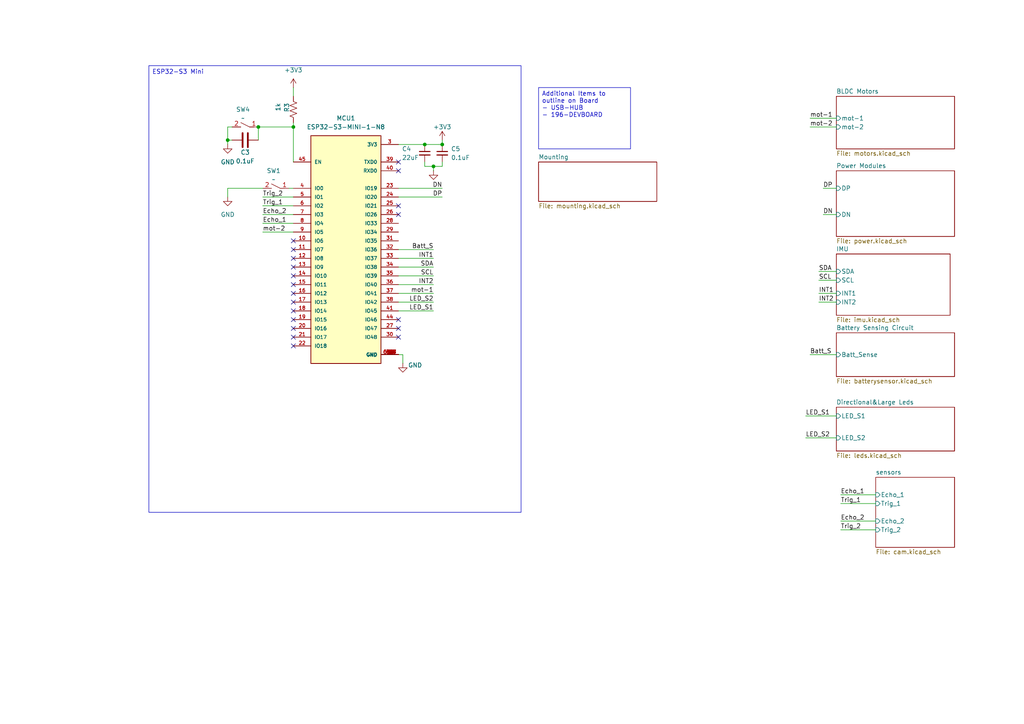
<source format=kicad_sch>
(kicad_sch (version 20231120) (generator "eeschema") (generator_version "8.0")
  (paper "A4")
  (lib_symbols
    (symbol "Device:C" (pin_numbers hide) (pin_names (offset 0.254))
      (property "Reference" "C" (at 0.635 2.54 0))
      (property "Value" "C" (at 0.635 -2.54 0))
      (symbol "C_0_1"
        (polyline (pts (xy -2.032 -0.762) (xy 2.032 -0.762)) (stroke (width 0.508)))
        (polyline (pts (xy -2.032 0.762) (xy 2.032 0.762)) (stroke (width 0.508)))
      )
      (symbol "C_1_1"
        (pin passive line (at 0 3.81 270) (length 2.794) (name "~") (number "1"))
        (pin passive line (at 0 -3.81 90) (length 2.794) (name "~") (number "2"))
      )
    )
    (symbol "Device:C_Small" (pin_numbers hide) (pin_names (offset 0.254) hide)
      (property "Reference" "C" (at 0.254 1.778 0))
      (property "Value" "C_Small" (at 0.254 -2.032 0))
      (symbol "C_Small_0_1"
        (polyline (pts (xy -1.524 -0.508) (xy 1.524 -0.508)) (stroke (width 0.3302)))
        (polyline (pts (xy -1.524 0.508) (xy 1.524 0.508)) (stroke (width 0.3048)))
      )
      (symbol "C_Small_1_1"
        (pin passive line (at 0 2.54 270) (length 2.032) (name "~") (number "1"))
        (pin passive line (at 0 -2.54 90) (length 2.032) (name "~") (number "2"))
      )
    )
    (symbol "Device:R_US" (pin_numbers hide) (pin_names (offset 0))
      (property "Reference" "R" (at 2.54 0 90))
      (property "Value" "R_US" (at -2.54 0 90))
      (symbol "R_US_0_1"
        (polyline (pts (xy 0 -2.286) (xy 0 -2.54)))
        (polyline (pts (xy 0 2.286) (xy 0 2.54)))
        (polyline (pts (xy 0 -0.762) (xy 1.016 -1.143) (xy 0 -1.524) (xy -1.016 -1.905) (xy 0 -2.286)))
        (polyline (pts (xy 0 0.762) (xy 1.016 0.381) (xy 0 0) (xy -1.016 -0.381) (xy 0 -0.762)))
        (polyline (pts (xy 0 2.286) (xy 1.016 1.905) (xy 0 1.524) (xy -1.016 1.143) (xy 0 0.762)))
      )
      (symbol "R_US_1_1"
        (pin passive line (at 0 3.81 270) (length 1.27) (name "~") (number "1"))
        (pin passive line (at 0 -3.81 90) (length 1.27) (name "~") (number "2"))
      )
    )
    (symbol "ESP32-S3-MINI-1-N8:ESP32-S3-MINI-1-N8" (pin_names (offset 1.016))
      (property "Reference" "U" (at -10.16 34.29 0))
      (property "Value" "ESP32-S3-MINI-1-N8" (at -10.16 -35.56 0))
      (symbol "ESP32-S3-MINI-1-N8_0_0"
        (rectangle (start -10.16 -33.02) (end 10.16 33.02) (stroke (width 0.254)) (fill (type background)))
        (pin power_in line (at 15.24 -30.48 180) (length 5.08) (name "GND") (number "1"))
        (pin bidirectional line (at -15.24 2.54 0) (length 5.08) (name "IO6") (number "10"))
        (pin bidirectional line (at -15.24 0 0) (length 5.08) (name "IO7") (number "11"))
        (pin bidirectional line (at -15.24 -2.54 0) (length 5.08) (name "IO8") (number "12"))
        (pin bidirectional line (at -15.24 -5.08 0) (length 5.08) (name "IO9") (number "13"))
        (pin bidirectional line (at -15.24 -7.62 0) (length 5.08) (name "IO10") (number "14"))
        (pin bidirectional line (at -15.24 -10.16 0) (length 5.08) (name "IO11") (number "15"))
        (pin bidirectional line (at -15.24 -12.7 0) (length 5.08) (name "IO12") (number "16"))
        (pin bidirectional line (at -15.24 -15.24 0) (length 5.08) (name "IO13") (number "17"))
        (pin bidirectional line (at -15.24 -17.78 0) (length 5.08) (name "IO14") (number "18"))
        (pin bidirectional line (at -15.24 -20.32 0) (length 5.08) (name "IO15") (number "19"))
        (pin power_in line (at 15.24 -30.48 180) (length 5.08) (name "GND") (number "2"))
        (pin bidirectional line (at -15.24 -22.86 0) (length 5.08) (name "IO16") (number "20"))
        (pin bidirectional line (at -15.24 -25.4 0) (length 5.08) (name "IO17") (number "21"))
        (pin bidirectional line (at -15.24 -27.94 0) (length 5.08) (name "IO18") (number "22"))
        (pin bidirectional line (at 15.24 17.78 180) (length 5.08) (name "IO19") (number "23"))
        (pin bidirectional line (at 15.24 15.24 180) (length 5.08) (name "IO20") (number "24"))
        (pin bidirectional line (at 15.24 12.7 180) (length 5.08) (name "IO21") (number "25"))
        (pin bidirectional line (at 15.24 10.16 180) (length 5.08) (name "IO26") (number "26"))
        (pin bidirectional line (at 15.24 -22.86 180) (length 5.08) (name "IO47") (number "27"))
        (pin bidirectional line (at 15.24 7.62 180) (length 5.08) (name "IO33") (number "28"))
        (pin bidirectional line (at 15.24 5.08 180) (length 5.08) (name "IO34") (number "29"))
        (pin power_in line (at 15.24 30.48 180) (length 5.08) (name "3V3") (number "3"))
        (pin bidirectional line (at 15.24 -25.4 180) (length 5.08) (name "IO48") (number "30"))
        (pin bidirectional line (at 15.24 2.54 180) (length 5.08) (name "IO35") (number "31"))
        (pin bidirectional line (at 15.24 0 180) (length 5.08) (name "IO36") (number "32"))
        (pin bidirectional line (at 15.24 -2.54 180) (length 5.08) (name "IO37") (number "33"))
        (pin bidirectional line (at 15.24 -5.08 180) (length 5.08) (name "IO38") (number "34"))
        (pin bidirectional line (at 15.24 -7.62 180) (length 5.08) (name "IO39") (number "35"))
        (pin bidirectional line (at 15.24 -10.16 180) (length 5.08) (name "IO40") (number "36"))
        (pin bidirectional line (at 15.24 -12.7 180) (length 5.08) (name "IO41") (number "37"))
        (pin bidirectional line (at 15.24 -15.24 180) (length 5.08) (name "IO42") (number "38"))
        (pin bidirectional line (at 15.24 25.4 180) (length 5.08) (name "TXD0") (number "39"))
        (pin bidirectional line (at -15.24 17.78 0) (length 5.08) (name "IO0") (number "4"))
        (pin bidirectional line (at 15.24 22.86 180) (length 5.08) (name "RXD0") (number "40"))
        (pin bidirectional line (at 15.24 -17.78 180) (length 5.08) (name "IO45") (number "41"))
        (pin power_in line (at 15.24 -30.48 180) (length 5.08) (name "GND") (number "42"))
        (pin power_in line (at 15.24 -30.48 180) (length 5.08) (name "GND") (number "43"))
        (pin bidirectional line (at 15.24 -20.32 180) (length 5.08) (name "IO46") (number "44"))
        (pin input line (at -15.24 25.4 0) (length 5.08) (name "EN") (number "45"))
        (pin power_in line (at 15.24 -30.48 180) (length 5.08) (name "GND") (number "46"))
        (pin power_in line (at 15.24 -30.48 180) (length 5.08) (name "GND") (number "47"))
        (pin power_in line (at 15.24 -30.48 180) (length 5.08) (name "GND") (number "48"))
        (pin power_in line (at 15.24 -30.48 180) (length 5.08) (name "GND") (number "49"))
        (pin bidirectional line (at -15.24 15.24 0) (length 5.08) (name "IO1") (number "5"))
        (pin power_in line (at 15.24 -30.48 180) (length 5.08) (name "GND") (number "50"))
        (pin power_in line (at 15.24 -30.48 180) (length 5.08) (name "GND") (number "51"))
        (pin power_in line (at 15.24 -30.48 180) (length 5.08) (name "GND") (number "52"))
        (pin power_in line (at 15.24 -30.48 180) (length 5.08) (name "GND") (number "53"))
        (pin power_in line (at 15.24 -30.48 180) (length 5.08) (name "GND") (number "54"))
        (pin power_in line (at 15.24 -30.48 180) (length 5.08) (name "GND") (number "55"))
        (pin power_in line (at 15.24 -30.48 180) (length 5.08) (name "GND") (number "56"))
        (pin power_in line (at 15.24 -30.48 180) (length 5.08) (name "GND") (number "57"))
        (pin power_in line (at 15.24 -30.48 180) (length 5.08) (name "GND") (number "58"))
        (pin power_in line (at 15.24 -30.48 180) (length 5.08) (name "GND") (number "59"))
        (pin bidirectional line (at -15.24 12.7 0) (length 5.08) (name "IO2") (number "6"))
        (pin power_in line (at 15.24 -30.48 180) (length 5.08) (name "GND") (number "60"))
        (pin power_in line (at 15.24 -30.48 180) (length 5.08) (name "GND") (number "61"))
        (pin power_in line (at 15.24 -30.48 180) (length 5.08) (name "GND") (number "61_1"))
        (pin power_in line (at 15.24 -30.48 180) (length 5.08) (name "GND") (number "61_2"))
        (pin power_in line (at 15.24 -30.48 180) (length 5.08) (name "GND") (number "61_3"))
        (pin power_in line (at 15.24 -30.48 180) (length 5.08) (name "GND") (number "61_4"))
        (pin power_in line (at 15.24 -30.48 180) (length 5.08) (name "GND") (number "61_5"))
        (pin power_in line (at 15.24 -30.48 180) (length 5.08) (name "GND") (number "61_6"))
        (pin power_in line (at 15.24 -30.48 180) (length 5.08) (name "GND") (number "61_7"))
        (pin power_in line (at 15.24 -30.48 180) (length 5.08) (name "GND") (number "61_8"))
        (pin power_in line (at 15.24 -30.48 180) (length 5.08) (name "GND") (number "62"))
        (pin power_in line (at 15.24 -30.48 180) (length 5.08) (name "GND") (number "63"))
        (pin power_in line (at 15.24 -30.48 180) (length 5.08) (name "GND") (number "64"))
        (pin power_in line (at 15.24 -30.48 180) (length 5.08) (name "GND") (number "65"))
        (pin bidirectional line (at -15.24 10.16 0) (length 5.08) (name "IO3") (number "7"))
        (pin bidirectional line (at -15.24 7.62 0) (length 5.08) (name "IO4") (number "8"))
        (pin bidirectional line (at -15.24 5.08 0) (length 5.08) (name "IO5") (number "9"))
      )
    )
    (symbol "custom:rockerSwitch"
      (property "Reference" "SW" (at 0.254 4.318 0))
      (symbol "rockerSwitch_0_1"
        (polyline (pts (xy 0 1.27) (xy -2.54 1.27)))
        (polyline (pts (xy 3.81 1.27) (xy 2.54 1.27) (xy 0 2.54)))
      )
      (symbol "rockerSwitch_1_1"
        (pin power_in line (at 5.08 1.27 180) (length 2.54) (name "") (number "1"))
        (pin power_out line (at -2.54 1.27 0) (length 2.54) (name "") (number "2"))
      )
    )
    (symbol "power:+3V3" (power) (pin_numbers hide) (pin_names (offset 0) hide)
      (property "Value" "+3V3" (at 0 3.556 0))
      (symbol "+3V3_0_1"
        (polyline (pts (xy -0.762 1.27) (xy 0 2.54)))
        (polyline (pts (xy 0 0) (xy 0 2.54)))
        (polyline (pts (xy 0 2.54) (xy 0.762 1.27)))
      )
      (symbol "+3V3_1_1"
        (pin power_in line (at 0 0 90) (length 0) (name "~") (number "1"))
      )
    )
    (symbol "power:GND" (power) (pin_numbers hide) (pin_names (offset 0) hide)
      (property "Value" "GND" (at 0 -3.81 0))
      (symbol "GND_0_1"
        (polyline (pts (xy 0 0) (xy 0 -1.27) (xy 1.27 -1.27) (xy 0 -2.54) (xy -1.27 -1.27) (xy 0 -1.27)))
      )
      (symbol "GND_1_1"
        (pin power_in line (at 0 0 270) (length 0) (name "~") (number "1"))
      )
    )
  )
  (junction (at 123.19 41.91))
  (junction (at 66.04 40.64))
  (junction (at 128.27 41.91))
  (junction (at 74.93 36.83))
  (junction (at 85.09 36.83))
  (junction (at 125.73 48.26))
  (no_connect (at 85.09 97.79))
  (no_connect (at 85.09 87.63))
  (no_connect (at 85.09 100.33))
  (no_connect (at 115.57 97.79))
  (no_connect (at 115.57 59.69))
  (no_connect (at 115.57 92.71))
  (no_connect (at 85.09 95.25))
  (no_connect (at 85.09 80.01))
  (no_connect (at 85.09 82.55))
  (no_connect (at 115.57 49.53))
  (no_connect (at 85.09 77.47))
  (no_connect (at 115.57 95.25))
  (no_connect (at 85.09 85.09))
  (no_connect (at 85.09 72.39))
  (no_connect (at 115.57 46.99))
  (no_connect (at 85.09 74.93))
  (no_connect (at 85.09 69.85))
  (no_connect (at 115.57 62.23))
  (no_connect (at 85.09 90.17))
  (no_connect (at 85.09 92.71))
  (wire (pts (xy 85.09 46.99) (xy 85.09 36.83)))
  (wire (pts (xy 234.95 102.87) (xy 242.57 102.87)))
  (wire (pts (xy 128.27 40.64) (xy 128.27 41.91)))
  (wire (pts (xy 85.09 25.4) (xy 85.09 27.94)))
  (wire (pts (xy 243.84 143.51) (xy 254 143.51)))
  (wire (pts (xy 242.57 78.74) (xy 237.49 78.74)))
  (wire (pts (xy 242.57 62.23) (xy 238.76 62.23)))
  (wire (pts (xy 123.19 41.91) (xy 128.27 41.91)))
  (wire (pts (xy 243.84 146.05) (xy 254 146.05)))
  (wire (pts (xy 115.57 74.93) (xy 125.73 74.93)))
  (wire (pts (xy 116.84 102.87) (xy 116.84 105.41)))
  (wire (pts (xy 66.04 40.64) (xy 67.31 40.64)))
  (wire (pts (xy 238.76 54.61) (xy 242.57 54.61)))
  (wire (pts (xy 115.57 82.55) (xy 125.73 82.55)))
  (wire (pts (xy 115.57 72.39) (xy 125.73 72.39)))
  (wire (pts (xy 233.68 127) (xy 242.57 127)))
  (wire (pts (xy 76.2 62.23) (xy 85.09 62.23)))
  (wire (pts (xy 115.57 41.91) (xy 123.19 41.91)))
  (wire (pts (xy 123.19 48.26) (xy 123.19 46.99)))
  (wire (pts (xy 83.82 54.61) (xy 85.09 54.61)))
  (wire (pts (xy 115.57 90.17) (xy 125.73 90.17)))
  (wire (pts (xy 115.57 54.61) (xy 128.27 54.61)))
  (wire (pts (xy 115.57 85.09) (xy 125.73 85.09)))
  (wire (pts (xy 115.57 87.63) (xy 125.73 87.63)))
  (wire (pts (xy 66.04 40.64) (xy 66.04 41.91)))
  (wire (pts (xy 115.57 102.87) (xy 116.84 102.87)))
  (wire (pts (xy 242.57 87.63) (xy 237.49 87.63)))
  (wire (pts (xy 74.93 36.83) (xy 85.09 36.83)))
  (wire (pts (xy 66.04 54.61) (xy 76.2 54.61)))
  (wire (pts (xy 242.57 81.28) (xy 237.49 81.28)))
  (wire (pts (xy 115.57 77.47) (xy 125.73 77.47)))
  (wire (pts (xy 76.2 57.15) (xy 85.09 57.15)))
  (wire (pts (xy 243.84 151.13) (xy 254 151.13)))
  (wire (pts (xy 74.93 36.83) (xy 74.93 40.64)))
  (wire (pts (xy 76.2 59.69) (xy 85.09 59.69)))
  (wire (pts (xy 66.04 36.83) (xy 66.04 40.64)))
  (wire (pts (xy 125.73 49.53) (xy 125.73 48.26)))
  (wire (pts (xy 128.27 48.26) (xy 128.27 46.99)))
  (wire (pts (xy 115.57 80.01) (xy 125.73 80.01)))
  (wire (pts (xy 115.57 57.15) (xy 128.27 57.15)))
  (wire (pts (xy 125.73 48.26) (xy 128.27 48.26)))
  (wire (pts (xy 66.04 54.61) (xy 66.04 57.15)))
  (wire (pts (xy 76.2 64.77) (xy 85.09 64.77)))
  (wire (pts (xy 85.09 35.56) (xy 85.09 36.83)))
  (wire (pts (xy 242.57 85.09) (xy 237.49 85.09)))
  (wire (pts (xy 243.84 153.67) (xy 254 153.67)))
  (wire (pts (xy 233.68 120.65) (xy 242.57 120.65)))
  (wire (pts (xy 123.19 48.26) (xy 125.73 48.26)))
  (wire (pts (xy 234.95 36.83) (xy 242.57 36.83)))
  (wire (pts (xy 76.2 67.31) (xy 85.09 67.31)))
  (wire (pts (xy 66.04 36.83) (xy 67.31 36.83)))
  (wire (pts (xy 234.95 34.29) (xy 242.57 34.29)))
  (text_box "ESP32-S3 Mini\n" (at 43.18 19.05 0) (size 107.95 129.54) (effects (font (size 1.27 1.27)) (justify left top)))
  (text_box "Additional Items to outline on Board \n- USB-HUB \n- 196-DEVBOARD " (at 156.21 25.4 0) (size 26.67 17.78) (effects (font (size 1.27 1.27)) (justify left top)))
  (label "INT1" (at 237.49 85.09 0))
  (label "LED_S2" (at 125.73 87.63 180))
  (label "Trig_1" (at 243.84 146.05 0))
  (label "INT2" (at 237.49 87.63 0))
  (label "LED_S2" (at 233.68 127 0))
  (label "Batt_S" (at 234.95 102.87 0))
  (label "SCL" (at 125.73 80.01 180))
  (label "mot-2" (at 76.2 67.31 0))
  (label "mot-1" (at 125.73 85.09 180))
  (label "LED_S1" (at 233.68 120.65 0))
  (label "SDA" (at 125.73 77.47 180))
  (label "Batt_S" (at 125.73 72.39 180))
  (label "Echo_2" (at 243.84 151.13 0))
  (label "SDA" (at 237.49 78.74 0))
  (label "mot-2" (at 234.95 36.83 0))
  (label "INT2" (at 125.73 82.55 180))
  (label "Echo_2" (at 76.2 62.23 0))
  (label "DP" (at 238.76 54.61 0))
  (label "LED_S1" (at 125.73 90.17 180))
  (label "Trig_1" (at 76.2 59.69 0))
  (label "DN" (at 238.76 62.23 0))
  (label "Echo_1" (at 76.2 64.77 0))
  (label "DN" (at 128.27 54.61 180))
  (label "Trig_2" (at 243.84 153.67 0))
  (label "mot-1" (at 234.95 34.29 0))
  (label "DP" (at 128.27 57.15 180))
  (label "SCL" (at 237.49 81.28 0))
  (label "Echo_1" (at 243.84 143.51 0))
  (label "INT1" (at 125.73 74.93 180))
  (label "Trig_2" (at 76.2 57.15 0))
  (symbol (lib_id "Device:C_Small") (at 128.27 44.45 0) (unit 1)
    (property "Reference" "C5" (at 130.81 43.18 0) (effects (justify left)))
    (property "Value" "0.1uF" (at 130.81 45.72 0) (effects (justify left)))
    (property "Footprint" "Capacitor_SMD:C_0603_1608Metric" (effects (hide yes)))
    (property "MANUFACTURER" " 581-KAF15AR71H104KM " (effects (hide yes)))
  )
  (symbol (lib_id "Device:R_US") (at 85.09 31.75 180) (unit 1)
    (property "Reference" "R3" (at 83.185 29.845 90) (effects (justify left)))
    (property "Value" "1k" (at 80.645 29.845 90) (effects (justify left)))
    (property "Footprint" "Resistor_SMD:R_0603_1608Metric" (effects (hide yes)))
    (property "MANUFACTURER" " 652-CRT0805AFY-1001E " (effects (hide yes)))
  )
  (symbol (lib_id "power:GND") (at 66.04 41.91 0) (unit 1)
    (property "Reference" "#PWR04" (effects (hide yes)))
    (property "Value" "GND" (at 66.04 46.99 0))
    (property "Description" "Power symbol creates a global label with name \"GND\" , ground" (effects (hide yes)))
  )
  (symbol (lib_id "power:GND") (at 66.04 57.15 0) (unit 1)
    (property "Reference" "#PWR05" (effects (hide yes)))
    (property "Value" "GND" (at 66.04 62.23 0))
    (property "Description" "Power symbol creates a global label with name \"GND\" , ground" (effects (hide yes)))
  )
  (symbol (lib_id "custom:rockerSwitch") (at 78.74 55.88 0) (unit 1)
    (property "Reference" "SW1" (at 79.375 49.53 0))
    (property "Value" "~" (at 79.375 52.07 0))
    (property "Footprint" "customFootprints:rockerSwitch-434133025816" (effects (hide yes)))
    (property "MANUFACTURER" "434133025816 " (effects (hide yes)))
  )
  (symbol (lib_id "power:GND") (at 125.73 49.53 0) (unit 1)
    (property "Reference" "#PWR08" (effects (hide yes)))
    (property "Value" "GND" (effects (hide yes)))
  )
  (symbol (lib_id "Device:C") (at 71.12 40.64 90) (unit 1)
    (property "Reference" "C3" (at 71.12 44.196 90))
    (property "Value" "0.1uF" (at 71.12 46.736 90))
    (property "Footprint" "Capacitor_SMD:C_0603_1608Metric" (effects (hide yes)))
    (property "Description" "Unpolarized capacitor" (effects (hide yes)))
    (property "MANUFACTURER" " 581-KAM21KR72A104KU " (effects (hide yes)))
  )
  (symbol (lib_id "power:+3V3") (at 85.09 25.4 0) (unit 1)
    (property "Reference" "#PWR03" (effects (hide yes)))
    (property "Value" "+3V3" (at 85.09 20.32 0))
  )
  (symbol (lib_id "ESP32-S3-MINI-1-N8:ESP32-S3-MINI-1-N8") (at 100.33 72.39 0) (unit 1)
    (property "Reference" "MCU1" (at 100.33 34.29 0))
    (property "Value" "ESP32-S3-MINI-1-N8" (at 100.33 36.83 0))
    (property "Footprint" "esp32s3mini:XCVR_ESP32-S3-MINI-1-N8" (effects (hide yes)))
    (property "MF" "Espressif Systems" (effects (hide yes)))
    (property "MAXIMUM_PACKAGE_HEIGHT" "2.55mm" (effects (hide yes)))
    (property "Package" "None" (effects (hide yes)))
    (property "Price" "None" (effects (hide yes)))
    (property "Check_prices" "https://www.snapeda.com/parts/ESP32-S3-MINI-1-N8/Espressif+Systems/view-part/?ref=eda" (effects (hide yes)))
    (property "STANDARD" "Manufacturer Recommendations" (effects (hide yes)))
    (property "PARTREV" "v0.6" (effects (hide yes)))
    (property "SnapEDA_Link" "https://www.snapeda.com/parts/ESP32-S3-MINI-1-N8/Espressif+Systems/view-part/?ref=snap" (effects (hide yes)))
    (property "MP" "ESP32-S3-MINI-1-N8" (effects (hide yes)))
    (property "Purchase-URL" "https://www.snapeda.com/api/url_track_click_mouser/?unipart_id=8941370&manufacturer=Espressif Systems&part_name=ESP32-S3-MINI-1-N8&search_term=esp32-s3-mini-1-n8" (effects (hide yes)))
    (property "Description_1" "\nBluetooth, WiFi 802.11b/g/n, Bluetooth v5.0 Transceiver Module 2.4GHz PCB Trace Surface Mount\n" (effects (hide yes)))
    (property "Availability" "In Stock" (effects (hide yes)))
    (property "MANUFACTURER" " ESP32-S3-MINI-1-N8 " (effects (hide yes)))
  )
  (symbol (lib_id "Device:C_Small") (at 123.19 44.45 0) (unit 1)
    (property "Reference" "C4" (at 116.586 43.18 0) (effects (justify left)))
    (property "Value" "22uF" (at 116.586 45.72 0) (effects (justify left)))
    (property "Footprint" "Capacitor_SMD:C_0603_1608Metric" (effects (hide yes)))
    (property "MANUFACTURER" " 581-CM105X5R226M16AT " (effects (hide yes)))
  )
  (symbol (lib_id "power:+3V3") (at 128.27 40.64 0) (unit 1)
    (property "Reference" "#PWR09" (effects (hide yes)))
    (property "Value" "+3V3" (at 128.27 36.83 0))
  )
  (symbol (lib_id "power:GND") (at 116.84 105.41 0) (unit 1)
    (property "Reference" "#PWR07" (effects (hide yes)))
    (property "Value" "GND" (at 120.396 105.918 0))
    (property "Description" "Power symbol creates a global label with name \"GND\" , ground" (effects (hide yes)))
  )
  (symbol (lib_id "custom:rockerSwitch") (at 69.85 38.1 0) (unit 1)
    (property "Reference" "SW4" (at 70.485 31.75 0))
    (property "Value" "~" (at 70.485 34.29 0))
    (property "Footprint" "customFootprints:rockerSwitch-434133025816" (effects (hide yes)))
    (property "MANUFACTURER" "434133025816 " (effects (hide yes)))
  )
  (sheet (at 242.57 118.11) (size 34.29 12.7) (stroke (width 0.1524))
    (property "Sheetname" "Directional&Large Leds" (at 242.57 117.3984 0) (effects (justify left bottom)))
    (property "Sheetfile" "leds.kicad_sch" (at 242.57 131.3946 0) (effects (justify left top)))
    (pin "LED_S2" input (at 242.57 127 180))
    (pin "LED_S1" input (at 242.57 120.65 180))
  )
  (sheet (at 242.57 73.66) (size 33.02 17.78) (stroke (width 0.1524))
    (property "Sheetname" "IMU" (at 242.57 72.9484 0) (effects (justify left bottom)))
    (property "Sheetfile" "imu.kicad_sch" (at 242.57 92.0246 0) (effects (justify left top)))
    (pin "SDA" input (at 242.57 78.74 180))
    (pin "SCL" input (at 242.57 81.28 180))
    (pin "INT1" input (at 242.57 85.09 180))
    (pin "INT2" input (at 242.57 87.63 180))
  )
  (sheet (at 242.57 96.52) (size 34.29 12.7) (stroke (width 0.1524))
    (property "Sheetname" "Battery Sensing Circuit" (at 242.57 95.8084 0) (effects (justify left bottom)))
    (property "Sheetfile" "batterysensor.kicad_sch" (at 242.57 109.8046 0) (effects (justify left top)))
    (pin "Batt_Sense" input (at 242.57 102.87 180))
  )
  (sheet (at 242.57 49.53) (size 34.29 19.05) (stroke (width 0.1524))
    (property "Sheetname" "Power Modules" (at 242.57 48.8184 0) (effects (justify left bottom)))
    (property "Sheetfile" "power.kicad_sch" (at 242.57 69.1646 0) (effects (justify left top)))
    (pin "DP" input (at 242.57 54.61 180))
    (pin "DN" input (at 242.57 62.23 180))
  )
  (sheet (at 242.57 27.94) (size 34.29 15.24) (stroke (width 0.1524))
    (property "Sheetname" "BLDC Motors" (at 242.57 27.2284 0) (effects (justify left bottom)))
    (property "Sheetfile" "motors.kicad_sch" (at 242.57 43.7646 0) (effects (justify left top)))
    (pin "mot-1" input (at 242.57 34.29 180))
    (pin "mot-2" input (at 242.57 36.83 180))
  )
  (sheet (at 254 138.43) (size 22.86 20.32) (stroke (width 0.1524))
    (property "Sheetname" "sensors" (at 254 137.7184 0) (effects (justify left bottom)))
    (property "Sheetfile" "cam.kicad_sch" (at 254 159.3346 0) (effects (justify left top)))
    (pin "Echo_2" input (at 254 151.13 180))
    (pin "Trig_2" input (at 254 153.67 180))
    (pin "Trig_1" input (at 254 146.05 180))
    (pin "Echo_1" input (at 254 143.51 180))
  )
  (sheet (at 156.21 46.99) (size 34.29 11.43) (stroke (width 0.1524))
    (property "Sheetname" "Mounting" (at 156.21 46.2784 0) (effects (justify left bottom)))
    (property "Sheetfile" "mounting.kicad_sch" (at 156.21 59.0046 0) (effects (justify left top)))
  )
)
</source>
